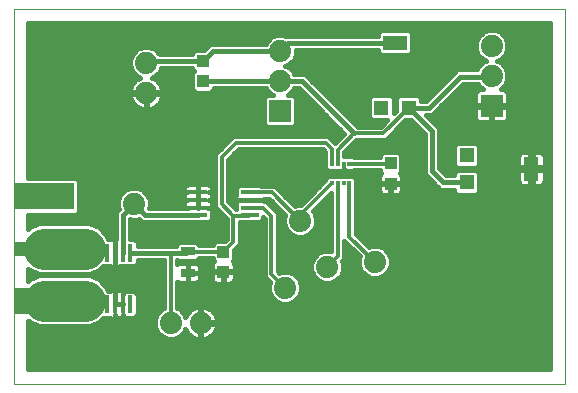
<source format=gtl>
G75*
%MOIN*%
%OFA0B0*%
%FSLAX25Y25*%
%IPPOS*%
%LPD*%
%AMOC8*
5,1,8,0,0,1.08239X$1,22.5*
%
%ADD10C,0.00000*%
%ADD11R,0.03937X0.04331*%
%ADD12R,0.04724X0.03150*%
%ADD13C,0.07400*%
%ADD14R,0.05118X0.05118*%
%ADD15R,0.07874X0.05118*%
%ADD16R,0.01700X0.05900*%
%ADD17R,0.05118X0.07874*%
%ADD18R,0.20000X0.04500*%
%ADD19R,0.20000X0.09000*%
%ADD20R,0.01204X0.01608*%
%ADD21R,0.01204X0.01601*%
%ADD22R,0.05900X0.01700*%
%ADD23R,0.07400X0.07400*%
%ADD24C,0.01575*%
%ADD25C,0.13701*%
%ADD26C,0.01969*%
%ADD27C,0.01181*%
%ADD28C,0.01600*%
D10*
X0079972Y0030638D02*
X0079972Y0155598D01*
X0263673Y0155598D01*
X0263673Y0030638D01*
X0079972Y0030638D01*
X0079972Y0053638D02*
X0079972Y0097638D01*
D11*
X0143082Y0131425D03*
X0143082Y0138118D03*
X0205563Y0104024D03*
X0205563Y0097331D03*
X0149854Y0074575D03*
X0149854Y0067882D03*
D12*
X0137885Y0067606D03*
X0137885Y0074693D03*
D13*
X0119972Y0090638D03*
X0170405Y0062606D03*
X0184460Y0069575D03*
X0200248Y0071228D03*
X0175484Y0084929D03*
X0142295Y0050874D03*
X0132295Y0050874D03*
X0124106Y0127528D03*
X0124106Y0137528D03*
X0168731Y0141543D03*
X0168731Y0131543D03*
X0239243Y0133197D03*
X0239243Y0143197D03*
D14*
X0211586Y0122567D03*
X0202531Y0122567D03*
X0230878Y0106740D03*
X0230878Y0097685D03*
D15*
X0207059Y0144221D03*
D16*
X0118772Y0074238D03*
X0116272Y0074238D03*
X0113672Y0074238D03*
X0111172Y0074238D03*
X0111172Y0057038D03*
X0113672Y0057038D03*
X0116272Y0057038D03*
X0118772Y0057038D03*
D17*
X0252531Y0102213D03*
D18*
X0090072Y0075638D03*
D19*
X0090072Y0093038D03*
X0090072Y0058238D03*
D20*
X0185956Y0097449D03*
X0187925Y0097449D03*
X0191862Y0097449D03*
X0191862Y0103945D03*
X0189893Y0103945D03*
X0187925Y0103945D03*
X0185956Y0103945D03*
D21*
X0189893Y0097449D03*
D22*
X0158572Y0094438D03*
X0158572Y0091938D03*
X0158572Y0089338D03*
X0158572Y0086838D03*
X0141372Y0086838D03*
X0141372Y0089338D03*
X0141372Y0091938D03*
X0141372Y0094438D03*
D23*
X0168731Y0121543D03*
X0239243Y0123197D03*
D24*
X0239046Y0133000D02*
X0228791Y0133000D01*
X0218358Y0122567D01*
X0211586Y0122567D01*
X0219342Y0114811D01*
X0219342Y0101504D01*
X0223161Y0097685D01*
X0230878Y0097685D01*
X0193358Y0114102D02*
X0175917Y0131543D01*
X0168731Y0131543D01*
X0143200Y0131543D01*
X0143082Y0131425D01*
X0143082Y0138118D02*
X0124696Y0138118D01*
X0124106Y0137528D01*
X0143082Y0138118D02*
X0146507Y0141543D01*
X0168731Y0141543D01*
X0171408Y0144221D01*
X0207059Y0144221D01*
X0239046Y0133000D02*
X0239243Y0133197D01*
X0141372Y0086838D02*
X0123772Y0086838D01*
X0119972Y0090638D01*
X0116272Y0086938D01*
X0116272Y0074238D01*
X0118772Y0074238D02*
X0133515Y0074238D01*
X0137430Y0074238D01*
X0137885Y0074693D01*
X0113672Y0074238D02*
X0113672Y0063867D01*
X0113830Y0063709D01*
X0113830Y0057196D01*
X0113672Y0057038D01*
X0113672Y0074238D02*
X0113672Y0082765D01*
X0112256Y0084181D01*
D25*
X0103594Y0075520D02*
X0103476Y0075638D01*
X0090072Y0075638D01*
X0090072Y0058238D02*
X0103553Y0058238D01*
X0103594Y0058197D01*
D26*
X0108319Y0058197D01*
X0110013Y0058197D01*
X0109890Y0075520D02*
X0108319Y0075520D01*
X0103594Y0075520D01*
D27*
X0108319Y0075520D02*
X0109600Y0074238D01*
X0111172Y0074238D01*
X0132295Y0073017D02*
X0133515Y0074238D01*
X0132295Y0073017D02*
X0132295Y0050874D01*
X0111172Y0057038D02*
X0109478Y0057038D01*
X0108319Y0058197D01*
X0137885Y0074693D02*
X0138004Y0074575D01*
X0149854Y0074575D01*
X0153200Y0077921D01*
X0153200Y0086543D01*
X0158278Y0086543D01*
X0158572Y0086838D01*
X0158572Y0089338D02*
X0163004Y0089338D01*
X0165799Y0086543D01*
X0165799Y0067213D01*
X0170405Y0062606D01*
X0184460Y0069575D02*
X0187925Y0073039D01*
X0187925Y0097449D01*
X0185956Y0097449D02*
X0175484Y0086976D01*
X0175484Y0084929D01*
X0165975Y0094438D01*
X0158572Y0094438D01*
X0153200Y0086543D02*
X0149263Y0090480D01*
X0149263Y0106228D01*
X0153988Y0110953D01*
X0183909Y0110953D01*
X0185956Y0108906D01*
X0185956Y0103945D01*
X0187925Y0103945D02*
X0187925Y0108669D01*
X0193358Y0114102D01*
X0203122Y0114102D01*
X0211586Y0122567D01*
X0205563Y0104024D02*
X0205484Y0103945D01*
X0191862Y0103945D01*
X0189893Y0103945D02*
X0189893Y0101819D01*
X0190208Y0101504D01*
X0191862Y0097449D02*
X0191862Y0079614D01*
X0200248Y0071228D01*
D28*
X0203918Y0067404D02*
X0258873Y0067404D01*
X0258873Y0069002D02*
X0205062Y0069002D01*
X0204741Y0068226D02*
X0205548Y0070174D01*
X0205548Y0072283D01*
X0204741Y0074231D01*
X0203250Y0075722D01*
X0201302Y0076528D01*
X0199193Y0076528D01*
X0198382Y0076192D01*
X0194052Y0080522D01*
X0194052Y0095971D01*
X0194064Y0095982D01*
X0194064Y0098916D01*
X0193127Y0099853D01*
X0190597Y0099853D01*
X0190593Y0099849D01*
X0189193Y0099849D01*
X0189190Y0099853D01*
X0184691Y0099853D01*
X0183754Y0098916D01*
X0183754Y0098345D01*
X0175639Y0090229D01*
X0174430Y0090229D01*
X0173618Y0089893D01*
X0166883Y0096628D01*
X0162444Y0096628D01*
X0162185Y0096888D01*
X0154959Y0096888D01*
X0154022Y0095951D01*
X0154022Y0093617D01*
X0153945Y0093483D01*
X0153822Y0093025D01*
X0153822Y0091938D01*
X0158572Y0091938D01*
X0158572Y0091938D01*
X0163322Y0091938D01*
X0163322Y0092247D01*
X0165068Y0092247D01*
X0170520Y0086795D01*
X0170184Y0085983D01*
X0170184Y0083875D01*
X0170991Y0081927D01*
X0172482Y0080436D01*
X0174430Y0079629D01*
X0176538Y0079629D01*
X0178486Y0080436D01*
X0179977Y0081927D01*
X0180784Y0083875D01*
X0180784Y0085983D01*
X0179977Y0087931D01*
X0179757Y0088152D01*
X0185734Y0094129D01*
X0185734Y0074784D01*
X0185514Y0074875D01*
X0183406Y0074875D01*
X0181458Y0074068D01*
X0179967Y0072577D01*
X0179160Y0070629D01*
X0179160Y0068521D01*
X0179967Y0066573D01*
X0181458Y0065082D01*
X0183406Y0064275D01*
X0185514Y0064275D01*
X0187462Y0065082D01*
X0188953Y0066573D01*
X0189760Y0068521D01*
X0189760Y0070629D01*
X0189424Y0071441D01*
X0190115Y0072132D01*
X0190115Y0078263D01*
X0195284Y0073094D01*
X0194948Y0072283D01*
X0194948Y0070174D01*
X0195755Y0068226D01*
X0197245Y0066735D01*
X0199193Y0065928D01*
X0201302Y0065928D01*
X0203250Y0066735D01*
X0204741Y0068226D01*
X0205548Y0070601D02*
X0258873Y0070601D01*
X0258873Y0072199D02*
X0205548Y0072199D01*
X0204920Y0073798D02*
X0258873Y0073798D01*
X0258873Y0075396D02*
X0203575Y0075396D01*
X0197579Y0076995D02*
X0258873Y0076995D01*
X0258873Y0078593D02*
X0195981Y0078593D01*
X0194382Y0080192D02*
X0258873Y0080192D01*
X0258873Y0081790D02*
X0194052Y0081790D01*
X0194052Y0083389D02*
X0258873Y0083389D01*
X0258873Y0084987D02*
X0194052Y0084987D01*
X0194052Y0086586D02*
X0258873Y0086586D01*
X0258873Y0088184D02*
X0194052Y0088184D01*
X0194052Y0089783D02*
X0258873Y0089783D01*
X0258873Y0091381D02*
X0194052Y0091381D01*
X0194052Y0092980D02*
X0258873Y0092980D01*
X0258873Y0094578D02*
X0235037Y0094578D01*
X0235037Y0094463D02*
X0235037Y0100907D01*
X0234099Y0101844D01*
X0227656Y0101844D01*
X0226719Y0100907D01*
X0226719Y0100072D01*
X0224150Y0100072D01*
X0221730Y0102493D01*
X0221730Y0115800D01*
X0217350Y0120180D01*
X0219347Y0120180D01*
X0229780Y0130613D01*
X0234577Y0130613D01*
X0234750Y0130195D01*
X0236241Y0128704D01*
X0236257Y0128697D01*
X0235306Y0128697D01*
X0234848Y0128574D01*
X0234438Y0128337D01*
X0234103Y0128002D01*
X0233866Y0127592D01*
X0233743Y0127134D01*
X0233743Y0123397D01*
X0239043Y0123397D01*
X0239043Y0122997D01*
X0239443Y0122997D01*
X0239443Y0123397D01*
X0244743Y0123397D01*
X0244743Y0127134D01*
X0244620Y0127592D01*
X0244383Y0128002D01*
X0244048Y0128337D01*
X0243638Y0128574D01*
X0243180Y0128697D01*
X0242228Y0128697D01*
X0242245Y0128704D01*
X0243736Y0130195D01*
X0244543Y0132143D01*
X0244543Y0134251D01*
X0243736Y0136199D01*
X0242245Y0137690D01*
X0241021Y0138197D01*
X0242245Y0138704D01*
X0243736Y0140195D01*
X0244543Y0142143D01*
X0244543Y0144251D01*
X0243736Y0146199D01*
X0242245Y0147690D01*
X0240297Y0148497D01*
X0238189Y0148497D01*
X0236241Y0147690D01*
X0234750Y0146199D01*
X0233943Y0144251D01*
X0233943Y0142143D01*
X0234750Y0140195D01*
X0236241Y0138704D01*
X0237464Y0138197D01*
X0236241Y0137690D01*
X0234750Y0136199D01*
X0234414Y0135387D01*
X0227802Y0135387D01*
X0226404Y0133989D01*
X0217369Y0124954D01*
X0215745Y0124954D01*
X0215745Y0125789D01*
X0214808Y0126726D01*
X0208364Y0126726D01*
X0207427Y0125789D01*
X0207427Y0121506D01*
X0206690Y0120769D01*
X0206690Y0125789D01*
X0205753Y0126726D01*
X0199309Y0126726D01*
X0198372Y0125789D01*
X0198372Y0119345D01*
X0199309Y0118408D01*
X0204329Y0118408D01*
X0202214Y0116293D01*
X0194544Y0116293D01*
X0176906Y0133931D01*
X0173479Y0133931D01*
X0173224Y0134546D01*
X0171733Y0136036D01*
X0170510Y0136543D01*
X0171733Y0137050D01*
X0173224Y0138541D01*
X0174031Y0140489D01*
X0174031Y0141833D01*
X0201522Y0141833D01*
X0201522Y0140999D01*
X0202459Y0140061D01*
X0211658Y0140061D01*
X0212596Y0140999D01*
X0212596Y0147442D01*
X0211658Y0148380D01*
X0202459Y0148380D01*
X0201522Y0147442D01*
X0201522Y0146608D01*
X0170419Y0146608D01*
X0170400Y0146589D01*
X0169785Y0146843D01*
X0167677Y0146843D01*
X0165729Y0146036D01*
X0164238Y0144546D01*
X0163983Y0143931D01*
X0145519Y0143931D01*
X0143471Y0141884D01*
X0140451Y0141884D01*
X0139514Y0140946D01*
X0139514Y0140506D01*
X0128609Y0140506D01*
X0128599Y0140530D01*
X0127108Y0142021D01*
X0125160Y0142828D01*
X0123052Y0142828D01*
X0121104Y0142021D01*
X0119613Y0140530D01*
X0118806Y0138582D01*
X0118806Y0136473D01*
X0119613Y0134525D01*
X0121104Y0133034D01*
X0122050Y0132643D01*
X0121995Y0132625D01*
X0121223Y0132232D01*
X0120523Y0131723D01*
X0119911Y0131111D01*
X0119402Y0130410D01*
X0119009Y0129639D01*
X0118741Y0128816D01*
X0118606Y0127960D01*
X0118606Y0127728D01*
X0123906Y0127728D01*
X0123906Y0127328D01*
X0118606Y0127328D01*
X0118606Y0127095D01*
X0118741Y0126240D01*
X0119009Y0125416D01*
X0119402Y0124645D01*
X0119911Y0123945D01*
X0120523Y0123332D01*
X0121223Y0122824D01*
X0121995Y0122431D01*
X0122818Y0122163D01*
X0123673Y0122028D01*
X0123906Y0122028D01*
X0123906Y0127328D01*
X0124306Y0127328D01*
X0124306Y0127728D01*
X0129606Y0127728D01*
X0129606Y0127960D01*
X0129470Y0128816D01*
X0129203Y0129639D01*
X0128810Y0130410D01*
X0128301Y0131111D01*
X0127689Y0131723D01*
X0126989Y0132232D01*
X0126217Y0132625D01*
X0126162Y0132643D01*
X0127108Y0133034D01*
X0128599Y0134525D01*
X0129098Y0135731D01*
X0139514Y0135731D01*
X0139514Y0135290D01*
X0140032Y0134772D01*
X0139514Y0134253D01*
X0139514Y0128597D01*
X0140451Y0127660D01*
X0145714Y0127660D01*
X0146651Y0128597D01*
X0146651Y0129156D01*
X0163983Y0129156D01*
X0164238Y0128541D01*
X0165729Y0127050D01*
X0166228Y0126843D01*
X0164368Y0126843D01*
X0163431Y0125906D01*
X0163431Y0117181D01*
X0164368Y0116243D01*
X0173094Y0116243D01*
X0174031Y0117181D01*
X0174031Y0125906D01*
X0173094Y0126843D01*
X0171234Y0126843D01*
X0171733Y0127050D01*
X0173224Y0128541D01*
X0173479Y0129156D01*
X0174928Y0129156D01*
X0190121Y0113963D01*
X0187059Y0110901D01*
X0186100Y0111860D01*
X0184816Y0113143D01*
X0153080Y0113143D01*
X0148356Y0108419D01*
X0147073Y0107136D01*
X0147073Y0089573D01*
X0148356Y0088290D01*
X0151010Y0085636D01*
X0151010Y0078829D01*
X0150521Y0078340D01*
X0147223Y0078340D01*
X0146285Y0077403D01*
X0146285Y0076765D01*
X0141848Y0076765D01*
X0141848Y0076931D01*
X0140910Y0077868D01*
X0134860Y0077868D01*
X0133923Y0076931D01*
X0133923Y0076625D01*
X0121222Y0076625D01*
X0121222Y0077851D01*
X0120285Y0078788D01*
X0118659Y0078788D01*
X0118659Y0085445D01*
X0118918Y0085338D01*
X0121026Y0085338D01*
X0121641Y0085593D01*
X0122783Y0084450D01*
X0137697Y0084450D01*
X0137759Y0084388D01*
X0144985Y0084388D01*
X0145922Y0085325D01*
X0145922Y0087659D01*
X0145999Y0087793D01*
X0146122Y0088251D01*
X0146122Y0089338D01*
X0146122Y0090425D01*
X0146065Y0090638D01*
X0146122Y0090851D01*
X0146122Y0091938D01*
X0146122Y0093025D01*
X0146078Y0093188D01*
X0146122Y0093351D01*
X0146122Y0094438D01*
X0146122Y0095525D01*
X0145999Y0095983D01*
X0145762Y0096393D01*
X0145427Y0096728D01*
X0145017Y0096965D01*
X0144559Y0097088D01*
X0141372Y0097088D01*
X0138185Y0097088D01*
X0137727Y0096965D01*
X0137317Y0096728D01*
X0136982Y0096393D01*
X0136745Y0095983D01*
X0136622Y0095525D01*
X0136622Y0094438D01*
X0137680Y0094438D01*
X0137680Y0094438D01*
X0136622Y0094438D01*
X0136622Y0093351D01*
X0136666Y0093188D01*
X0136622Y0093025D01*
X0136622Y0091938D01*
X0137680Y0091938D01*
X0137680Y0091938D01*
X0136622Y0091938D01*
X0136622Y0090851D01*
X0136679Y0090638D01*
X0136622Y0090425D01*
X0136622Y0089338D01*
X0137998Y0089338D01*
X0137999Y0089338D01*
X0136622Y0089338D01*
X0136622Y0089225D01*
X0125124Y0089225D01*
X0125272Y0089584D01*
X0125272Y0091692D01*
X0124465Y0093640D01*
X0122974Y0095131D01*
X0121026Y0095938D01*
X0118918Y0095938D01*
X0116970Y0095131D01*
X0115479Y0093640D01*
X0114672Y0091692D01*
X0114672Y0089584D01*
X0114927Y0088969D01*
X0113885Y0087927D01*
X0113885Y0078988D01*
X0113672Y0078988D01*
X0112585Y0078988D01*
X0112127Y0078865D01*
X0111993Y0078788D01*
X0111387Y0078788D01*
X0110758Y0080307D01*
X0108263Y0082802D01*
X0105157Y0084088D01*
X0088391Y0084088D01*
X0085285Y0082802D01*
X0084772Y0082288D01*
X0084772Y0086938D01*
X0100735Y0086938D01*
X0101672Y0087875D01*
X0101672Y0098201D01*
X0100735Y0099138D01*
X0084772Y0099138D01*
X0084772Y0150798D01*
X0258873Y0150798D01*
X0258873Y0035438D01*
X0084772Y0035438D01*
X0084772Y0051587D01*
X0085285Y0051074D01*
X0088391Y0049787D01*
X0101814Y0049787D01*
X0101913Y0049747D01*
X0105275Y0049747D01*
X0108381Y0051033D01*
X0109836Y0052488D01*
X0111993Y0052488D01*
X0112127Y0052411D01*
X0112585Y0052288D01*
X0113672Y0052288D01*
X0113672Y0053665D01*
X0113672Y0053664D01*
X0113672Y0052288D01*
X0114759Y0052288D01*
X0114972Y0052345D01*
X0115185Y0052288D01*
X0116272Y0052288D01*
X0116272Y0053664D01*
X0116272Y0053665D01*
X0116272Y0052288D01*
X0117359Y0052288D01*
X0117817Y0052411D01*
X0117951Y0052488D01*
X0120285Y0052488D01*
X0121222Y0053425D01*
X0121222Y0060651D01*
X0120285Y0061588D01*
X0117951Y0061588D01*
X0117817Y0061665D01*
X0117359Y0061788D01*
X0116272Y0061788D01*
X0115185Y0061788D01*
X0114972Y0061731D01*
X0114759Y0061788D01*
X0113672Y0061788D01*
X0112585Y0061788D01*
X0112127Y0061665D01*
X0111993Y0061588D01*
X0111336Y0061588D01*
X0110758Y0062984D01*
X0108340Y0065402D01*
X0105234Y0066688D01*
X0088391Y0066688D01*
X0085285Y0065402D01*
X0084772Y0064888D01*
X0084772Y0068987D01*
X0085285Y0068474D01*
X0088391Y0067187D01*
X0101628Y0067187D01*
X0101913Y0067069D01*
X0105275Y0067069D01*
X0108381Y0068356D01*
X0109713Y0069688D01*
X0111993Y0069688D01*
X0112127Y0069611D01*
X0112585Y0069488D01*
X0113672Y0069488D01*
X0113672Y0074238D01*
X0113672Y0078988D01*
X0113672Y0074238D01*
X0113672Y0074238D01*
X0113672Y0074238D01*
X0113672Y0069488D01*
X0114759Y0069488D01*
X0115217Y0069611D01*
X0115351Y0069688D01*
X0120285Y0069688D01*
X0121222Y0070625D01*
X0121222Y0071850D01*
X0130104Y0071850D01*
X0130104Y0055703D01*
X0129293Y0055367D01*
X0127802Y0053876D01*
X0126995Y0051928D01*
X0126995Y0049820D01*
X0105452Y0049820D01*
X0108766Y0051419D02*
X0126995Y0051419D01*
X0126995Y0049820D02*
X0127802Y0047872D01*
X0129293Y0046381D01*
X0131241Y0045574D01*
X0133349Y0045574D01*
X0135297Y0046381D01*
X0136788Y0047872D01*
X0137180Y0048818D01*
X0137198Y0048763D01*
X0137591Y0047991D01*
X0138100Y0047291D01*
X0138712Y0046679D01*
X0139412Y0046170D01*
X0140184Y0045777D01*
X0141007Y0045510D01*
X0141862Y0045374D01*
X0142095Y0045374D01*
X0142095Y0050674D01*
X0142495Y0050674D01*
X0142495Y0051074D01*
X0147795Y0051074D01*
X0147795Y0051307D01*
X0147659Y0052162D01*
X0147392Y0052985D01*
X0146999Y0053757D01*
X0146490Y0054457D01*
X0145878Y0055069D01*
X0145178Y0055578D01*
X0144406Y0055971D01*
X0143583Y0056239D01*
X0142728Y0056374D01*
X0142495Y0056374D01*
X0142495Y0051074D01*
X0142095Y0051074D01*
X0142095Y0056374D01*
X0141862Y0056374D01*
X0141007Y0056239D01*
X0140184Y0055971D01*
X0139412Y0055578D01*
X0138712Y0055069D01*
X0138100Y0054457D01*
X0137591Y0053757D01*
X0137198Y0052985D01*
X0137180Y0052930D01*
X0136788Y0053876D01*
X0135297Y0055367D01*
X0134485Y0055703D01*
X0134485Y0064552D01*
X0134828Y0064354D01*
X0135286Y0064232D01*
X0137885Y0064232D01*
X0137885Y0067606D01*
X0137885Y0067606D01*
X0137885Y0064232D01*
X0140485Y0064232D01*
X0140942Y0064354D01*
X0141353Y0064591D01*
X0141688Y0064926D01*
X0141925Y0065337D01*
X0142048Y0065795D01*
X0142048Y0067606D01*
X0137886Y0067606D01*
X0137886Y0067606D01*
X0142048Y0067606D01*
X0142048Y0069418D01*
X0141925Y0069876D01*
X0141688Y0070286D01*
X0141353Y0070622D01*
X0140942Y0070858D01*
X0140485Y0070981D01*
X0137885Y0070981D01*
X0135286Y0070981D01*
X0134828Y0070858D01*
X0134485Y0070660D01*
X0134485Y0071850D01*
X0134528Y0071850D01*
X0134860Y0071518D01*
X0140910Y0071518D01*
X0141777Y0072384D01*
X0146285Y0072384D01*
X0146285Y0071747D01*
X0146662Y0071370D01*
X0146445Y0071153D01*
X0146208Y0070742D01*
X0146085Y0070284D01*
X0146085Y0068066D01*
X0149670Y0068066D01*
X0149670Y0067698D01*
X0150038Y0067698D01*
X0150038Y0068066D01*
X0153622Y0068066D01*
X0153622Y0070284D01*
X0153500Y0070742D01*
X0153263Y0071153D01*
X0153045Y0071370D01*
X0153422Y0071747D01*
X0153422Y0075045D01*
X0155391Y0077014D01*
X0155391Y0084353D01*
X0159185Y0084353D01*
X0159220Y0084388D01*
X0162185Y0084388D01*
X0163122Y0085325D01*
X0163122Y0086122D01*
X0163608Y0085636D01*
X0163608Y0066305D01*
X0165441Y0064472D01*
X0165105Y0063661D01*
X0165105Y0061552D01*
X0165912Y0059604D01*
X0167403Y0058113D01*
X0169351Y0057306D01*
X0171459Y0057306D01*
X0173407Y0058113D01*
X0174898Y0059604D01*
X0175705Y0061552D01*
X0175705Y0063661D01*
X0174898Y0065609D01*
X0173407Y0067099D01*
X0171459Y0067906D01*
X0169351Y0067906D01*
X0168539Y0067570D01*
X0167989Y0068120D01*
X0167989Y0087451D01*
X0166706Y0088734D01*
X0163912Y0091528D01*
X0163322Y0091528D01*
X0163322Y0091938D01*
X0158572Y0091938D01*
X0158572Y0091938D01*
X0153822Y0091938D01*
X0153822Y0090851D01*
X0153945Y0090393D01*
X0154022Y0090259D01*
X0154022Y0088820D01*
X0151454Y0091388D01*
X0151454Y0105321D01*
X0154895Y0108762D01*
X0183002Y0108762D01*
X0183766Y0107998D01*
X0183766Y0105423D01*
X0183754Y0105412D01*
X0183754Y0102478D01*
X0184691Y0101541D01*
X0188462Y0101541D01*
X0188596Y0101464D01*
X0189054Y0101341D01*
X0189893Y0101341D01*
X0189893Y0102245D01*
X0189893Y0102245D01*
X0189893Y0102245D01*
X0189893Y0101341D01*
X0190732Y0101341D01*
X0191190Y0101464D01*
X0191324Y0101541D01*
X0193127Y0101541D01*
X0193340Y0101754D01*
X0201994Y0101754D01*
X0201994Y0101196D01*
X0202371Y0100819D01*
X0202154Y0100601D01*
X0201917Y0100191D01*
X0201794Y0099733D01*
X0201794Y0097515D01*
X0205378Y0097515D01*
X0205378Y0097146D01*
X0205747Y0097146D01*
X0205747Y0093365D01*
X0207768Y0093365D01*
X0208226Y0093488D01*
X0208636Y0093725D01*
X0208971Y0094060D01*
X0209208Y0094471D01*
X0209331Y0094928D01*
X0209331Y0097146D01*
X0205747Y0097146D01*
X0205747Y0097515D01*
X0209331Y0097515D01*
X0209331Y0099733D01*
X0209208Y0100191D01*
X0208971Y0100601D01*
X0208754Y0100819D01*
X0209131Y0101196D01*
X0209131Y0106852D01*
X0208194Y0107789D01*
X0202931Y0107789D01*
X0201994Y0106852D01*
X0201994Y0106135D01*
X0193340Y0106135D01*
X0193127Y0106349D01*
X0191324Y0106349D01*
X0191190Y0106426D01*
X0190732Y0106549D01*
X0190115Y0106549D01*
X0190115Y0107762D01*
X0194068Y0111715D01*
X0194347Y0111715D01*
X0194544Y0111912D01*
X0204029Y0111912D01*
X0210525Y0118408D01*
X0212369Y0118408D01*
X0216955Y0113822D01*
X0216955Y0100515D01*
X0218353Y0099117D01*
X0222172Y0095298D01*
X0226719Y0095298D01*
X0226719Y0094463D01*
X0227656Y0093526D01*
X0234099Y0093526D01*
X0235037Y0094463D01*
X0235037Y0096177D02*
X0258873Y0096177D01*
X0258873Y0097775D02*
X0256820Y0097775D01*
X0256767Y0097581D02*
X0256890Y0098039D01*
X0256890Y0101733D01*
X0253011Y0101733D01*
X0253011Y0102692D01*
X0256890Y0102692D01*
X0256890Y0106387D01*
X0256767Y0106844D01*
X0256531Y0107255D01*
X0256195Y0107590D01*
X0255785Y0107827D01*
X0255327Y0107950D01*
X0253011Y0107950D01*
X0253011Y0102692D01*
X0252052Y0102692D01*
X0252052Y0107950D01*
X0249735Y0107950D01*
X0249277Y0107827D01*
X0248867Y0107590D01*
X0248532Y0107255D01*
X0248295Y0106844D01*
X0248172Y0106387D01*
X0248172Y0102692D01*
X0252051Y0102692D01*
X0252051Y0101733D01*
X0248172Y0101733D01*
X0248172Y0098039D01*
X0248295Y0097581D01*
X0248532Y0097170D01*
X0248867Y0096835D01*
X0249277Y0096598D01*
X0249735Y0096476D01*
X0252052Y0096476D01*
X0252052Y0101733D01*
X0253011Y0101733D01*
X0253011Y0096476D01*
X0255327Y0096476D01*
X0255785Y0096598D01*
X0256195Y0096835D01*
X0256531Y0097170D01*
X0256767Y0097581D01*
X0256890Y0099374D02*
X0258873Y0099374D01*
X0258873Y0100972D02*
X0256890Y0100972D01*
X0258873Y0102571D02*
X0253011Y0102571D01*
X0252051Y0102571D02*
X0221730Y0102571D01*
X0221730Y0104169D02*
X0226719Y0104169D01*
X0226719Y0103518D02*
X0227656Y0102581D01*
X0234099Y0102581D01*
X0235037Y0103518D01*
X0235037Y0109962D01*
X0234099Y0110899D01*
X0227656Y0110899D01*
X0226719Y0109962D01*
X0226719Y0103518D01*
X0226719Y0105768D02*
X0221730Y0105768D01*
X0221730Y0107366D02*
X0226719Y0107366D01*
X0226719Y0108965D02*
X0221730Y0108965D01*
X0221730Y0110563D02*
X0227320Y0110563D01*
X0221730Y0112162D02*
X0258873Y0112162D01*
X0258873Y0113760D02*
X0221730Y0113760D01*
X0221730Y0115359D02*
X0258873Y0115359D01*
X0258873Y0116957D02*
X0220572Y0116957D01*
X0218974Y0118556D02*
X0234008Y0118556D01*
X0234103Y0118392D02*
X0234438Y0118057D01*
X0234848Y0117820D01*
X0235306Y0117697D01*
X0239043Y0117697D01*
X0239043Y0122997D01*
X0233743Y0122997D01*
X0233743Y0119260D01*
X0233866Y0118802D01*
X0234103Y0118392D01*
X0233743Y0120154D02*
X0217375Y0120154D01*
X0220920Y0121753D02*
X0233743Y0121753D01*
X0233743Y0124950D02*
X0224117Y0124950D01*
X0222519Y0123352D02*
X0239043Y0123352D01*
X0239443Y0123352D02*
X0258873Y0123352D01*
X0258873Y0124950D02*
X0244743Y0124950D01*
X0244743Y0126549D02*
X0258873Y0126549D01*
X0258873Y0128147D02*
X0244238Y0128147D01*
X0243287Y0129746D02*
X0258873Y0129746D01*
X0258873Y0131344D02*
X0244212Y0131344D01*
X0244543Y0132943D02*
X0258873Y0132943D01*
X0258873Y0134541D02*
X0244423Y0134541D01*
X0243761Y0136140D02*
X0258873Y0136140D01*
X0258873Y0137738D02*
X0242129Y0137738D01*
X0242878Y0139337D02*
X0258873Y0139337D01*
X0258873Y0140935D02*
X0244043Y0140935D01*
X0244543Y0142534D02*
X0258873Y0142534D01*
X0258873Y0144132D02*
X0244543Y0144132D01*
X0243930Y0145731D02*
X0258873Y0145731D01*
X0258873Y0147329D02*
X0242606Y0147329D01*
X0235880Y0147329D02*
X0212596Y0147329D01*
X0212596Y0145731D02*
X0234556Y0145731D01*
X0233943Y0144132D02*
X0212596Y0144132D01*
X0212596Y0142534D02*
X0233943Y0142534D01*
X0234443Y0140935D02*
X0212532Y0140935D01*
X0223759Y0131344D02*
X0179493Y0131344D01*
X0181091Y0129746D02*
X0222160Y0129746D01*
X0220562Y0128147D02*
X0182690Y0128147D01*
X0184288Y0126549D02*
X0199132Y0126549D01*
X0198372Y0124950D02*
X0185887Y0124950D01*
X0187485Y0123352D02*
X0198372Y0123352D01*
X0198372Y0121753D02*
X0189084Y0121753D01*
X0190682Y0120154D02*
X0198372Y0120154D01*
X0199161Y0118556D02*
X0192281Y0118556D01*
X0193879Y0116957D02*
X0202879Y0116957D01*
X0205878Y0113760D02*
X0216955Y0113760D01*
X0216955Y0112162D02*
X0204279Y0112162D01*
X0207476Y0115359D02*
X0215418Y0115359D01*
X0213819Y0116957D02*
X0209075Y0116957D01*
X0207427Y0121753D02*
X0206690Y0121753D01*
X0206690Y0123352D02*
X0207427Y0123352D01*
X0207427Y0124950D02*
X0206690Y0124950D01*
X0205930Y0126549D02*
X0208187Y0126549D01*
X0214986Y0126549D02*
X0218963Y0126549D01*
X0225716Y0126549D02*
X0233743Y0126549D01*
X0234247Y0128147D02*
X0227314Y0128147D01*
X0228913Y0129746D02*
X0235199Y0129746D01*
X0234725Y0136140D02*
X0171484Y0136140D01*
X0172421Y0137738D02*
X0236357Y0137738D01*
X0235608Y0139337D02*
X0173554Y0139337D01*
X0174031Y0140935D02*
X0201585Y0140935D01*
X0201522Y0147329D02*
X0084772Y0147329D01*
X0084772Y0145731D02*
X0165423Y0145731D01*
X0164067Y0144132D02*
X0084772Y0144132D01*
X0084772Y0142534D02*
X0122342Y0142534D01*
X0120018Y0140935D02*
X0084772Y0140935D01*
X0084772Y0139337D02*
X0119119Y0139337D01*
X0118806Y0137738D02*
X0084772Y0137738D01*
X0084772Y0136140D02*
X0118944Y0136140D01*
X0119606Y0134541D02*
X0084772Y0134541D01*
X0084772Y0132943D02*
X0121326Y0132943D01*
X0120144Y0131344D02*
X0084772Y0131344D01*
X0084772Y0129746D02*
X0119063Y0129746D01*
X0118635Y0128147D02*
X0084772Y0128147D01*
X0084772Y0126549D02*
X0118692Y0126549D01*
X0119246Y0124950D02*
X0084772Y0124950D01*
X0084772Y0123352D02*
X0120504Y0123352D01*
X0123906Y0123352D02*
X0124306Y0123352D01*
X0124306Y0122028D02*
X0124539Y0122028D01*
X0125394Y0122163D01*
X0126217Y0122431D01*
X0126989Y0122824D01*
X0127689Y0123332D01*
X0128301Y0123945D01*
X0128810Y0124645D01*
X0129203Y0125416D01*
X0129470Y0126240D01*
X0129606Y0127095D01*
X0129606Y0127328D01*
X0124306Y0127328D01*
X0124306Y0122028D01*
X0124306Y0124950D02*
X0123906Y0124950D01*
X0123906Y0126549D02*
X0124306Y0126549D01*
X0127708Y0123352D02*
X0163431Y0123352D01*
X0163431Y0124950D02*
X0128965Y0124950D01*
X0129519Y0126549D02*
X0164074Y0126549D01*
X0164632Y0128147D02*
X0146201Y0128147D01*
X0139964Y0128147D02*
X0129576Y0128147D01*
X0129149Y0129746D02*
X0139514Y0129746D01*
X0139514Y0131344D02*
X0128068Y0131344D01*
X0126886Y0132943D02*
X0139514Y0132943D01*
X0139802Y0134541D02*
X0128606Y0134541D01*
X0128194Y0140935D02*
X0139514Y0140935D01*
X0144121Y0142534D02*
X0125870Y0142534D01*
X0084772Y0148928D02*
X0258873Y0148928D01*
X0258873Y0150526D02*
X0084772Y0150526D01*
X0084772Y0121753D02*
X0163431Y0121753D01*
X0163431Y0120154D02*
X0084772Y0120154D01*
X0084772Y0118556D02*
X0163431Y0118556D01*
X0163654Y0116957D02*
X0084772Y0116957D01*
X0084772Y0115359D02*
X0188725Y0115359D01*
X0189918Y0113760D02*
X0084772Y0113760D01*
X0084772Y0112162D02*
X0152099Y0112162D01*
X0150501Y0110563D02*
X0084772Y0110563D01*
X0084772Y0108965D02*
X0148902Y0108965D01*
X0147303Y0107366D02*
X0084772Y0107366D01*
X0084772Y0105768D02*
X0147073Y0105768D01*
X0147073Y0104169D02*
X0084772Y0104169D01*
X0084772Y0102571D02*
X0147073Y0102571D01*
X0147073Y0100972D02*
X0084772Y0100972D01*
X0084772Y0099374D02*
X0147073Y0099374D01*
X0147073Y0097775D02*
X0101672Y0097775D01*
X0101672Y0096177D02*
X0136857Y0096177D01*
X0136622Y0094578D02*
X0123527Y0094578D01*
X0124739Y0092980D02*
X0136622Y0092980D01*
X0136622Y0091381D02*
X0125272Y0091381D01*
X0125272Y0089783D02*
X0136622Y0089783D01*
X0141372Y0089783D02*
X0141372Y0089783D01*
X0141372Y0089338D02*
X0141372Y0091938D01*
X0141372Y0091988D01*
X0141372Y0094438D01*
X0141372Y0097088D01*
X0141372Y0094438D01*
X0141372Y0094438D01*
X0141372Y0094438D01*
X0141372Y0091938D01*
X0141372Y0091938D01*
X0141372Y0091938D01*
X0141372Y0089338D01*
X0141372Y0089338D01*
X0141372Y0091381D02*
X0141372Y0091381D01*
X0141372Y0092980D02*
X0141372Y0092980D01*
X0141372Y0094578D02*
X0141372Y0094578D01*
X0141372Y0096177D02*
X0141372Y0096177D01*
X0145064Y0094438D02*
X0146122Y0094438D01*
X0145064Y0094438D01*
X0145064Y0094438D01*
X0146122Y0094578D02*
X0147073Y0094578D01*
X0147073Y0092980D02*
X0146122Y0092980D01*
X0146122Y0091938D02*
X0145064Y0091938D01*
X0145064Y0091938D01*
X0146122Y0091938D01*
X0146122Y0091381D02*
X0147073Y0091381D01*
X0147073Y0089783D02*
X0146122Y0089783D01*
X0146122Y0089338D02*
X0144746Y0089338D01*
X0144745Y0089338D01*
X0146122Y0089338D01*
X0146104Y0088184D02*
X0148462Y0088184D01*
X0148356Y0088290D02*
X0148356Y0088290D01*
X0150060Y0086586D02*
X0145922Y0086586D01*
X0145584Y0084987D02*
X0151010Y0084987D01*
X0151010Y0083389D02*
X0118659Y0083389D01*
X0118659Y0084987D02*
X0122246Y0084987D01*
X0118659Y0081790D02*
X0151010Y0081790D01*
X0151010Y0080192D02*
X0118659Y0080192D01*
X0120479Y0078593D02*
X0150774Y0078593D01*
X0153773Y0075396D02*
X0163608Y0075396D01*
X0163608Y0073798D02*
X0153422Y0073798D01*
X0153422Y0072199D02*
X0163608Y0072199D01*
X0163608Y0070601D02*
X0153538Y0070601D01*
X0153622Y0069002D02*
X0163608Y0069002D01*
X0163608Y0067404D02*
X0153622Y0067404D01*
X0153622Y0067698D02*
X0150038Y0067698D01*
X0150038Y0063917D01*
X0152059Y0063917D01*
X0152517Y0064039D01*
X0152928Y0064276D01*
X0153263Y0064611D01*
X0153500Y0065022D01*
X0153622Y0065480D01*
X0153622Y0067698D01*
X0153622Y0065805D02*
X0164108Y0065805D01*
X0165331Y0064207D02*
X0152807Y0064207D01*
X0150038Y0064207D02*
X0149670Y0064207D01*
X0149670Y0063917D02*
X0149670Y0067698D01*
X0146085Y0067698D01*
X0146085Y0065480D01*
X0146208Y0065022D01*
X0146445Y0064611D01*
X0146780Y0064276D01*
X0147191Y0064039D01*
X0147648Y0063917D01*
X0149670Y0063917D01*
X0149670Y0065805D02*
X0150038Y0065805D01*
X0150038Y0067404D02*
X0149670Y0067404D01*
X0146085Y0067404D02*
X0142048Y0067404D01*
X0142048Y0069002D02*
X0146085Y0069002D01*
X0146170Y0070601D02*
X0141374Y0070601D01*
X0141591Y0072199D02*
X0146285Y0072199D01*
X0146285Y0076995D02*
X0141783Y0076995D01*
X0137885Y0070981D02*
X0137885Y0067606D01*
X0137885Y0070981D01*
X0137885Y0070601D02*
X0137885Y0070601D01*
X0137885Y0069002D02*
X0137885Y0069002D01*
X0137885Y0067606D02*
X0137885Y0067606D01*
X0137885Y0067404D02*
X0137885Y0067404D01*
X0137885Y0065805D02*
X0137885Y0065805D01*
X0134485Y0064207D02*
X0146901Y0064207D01*
X0146085Y0065805D02*
X0142048Y0065805D01*
X0134485Y0062608D02*
X0165105Y0062608D01*
X0165330Y0061010D02*
X0134485Y0061010D01*
X0134485Y0059411D02*
X0166105Y0059411D01*
X0168129Y0057813D02*
X0134485Y0057813D01*
X0134485Y0056214D02*
X0140931Y0056214D01*
X0142095Y0056214D02*
X0142495Y0056214D01*
X0143659Y0056214D02*
X0258873Y0056214D01*
X0258873Y0054616D02*
X0146332Y0054616D01*
X0147376Y0053017D02*
X0258873Y0053017D01*
X0258873Y0051419D02*
X0147777Y0051419D01*
X0147795Y0050674D02*
X0142495Y0050674D01*
X0142495Y0045374D01*
X0142728Y0045374D01*
X0143583Y0045510D01*
X0144406Y0045777D01*
X0145178Y0046170D01*
X0145878Y0046679D01*
X0146490Y0047291D01*
X0146999Y0047991D01*
X0147392Y0048763D01*
X0147659Y0049586D01*
X0147795Y0050441D01*
X0147795Y0050674D01*
X0147696Y0049820D02*
X0258873Y0049820D01*
X0258873Y0048221D02*
X0147116Y0048221D01*
X0145801Y0046623D02*
X0258873Y0046623D01*
X0258873Y0045024D02*
X0084772Y0045024D01*
X0084772Y0043426D02*
X0258873Y0043426D01*
X0258873Y0041827D02*
X0084772Y0041827D01*
X0084772Y0040229D02*
X0258873Y0040229D01*
X0258873Y0038630D02*
X0084772Y0038630D01*
X0084772Y0037032D02*
X0258873Y0037032D01*
X0258873Y0057813D02*
X0172681Y0057813D01*
X0174705Y0059411D02*
X0258873Y0059411D01*
X0258873Y0061010D02*
X0175480Y0061010D01*
X0175705Y0062608D02*
X0258873Y0062608D01*
X0258873Y0064207D02*
X0175479Y0064207D01*
X0174702Y0065805D02*
X0180735Y0065805D01*
X0179623Y0067404D02*
X0172673Y0067404D01*
X0167989Y0069002D02*
X0179160Y0069002D01*
X0179160Y0070601D02*
X0167989Y0070601D01*
X0167989Y0072199D02*
X0179811Y0072199D01*
X0181188Y0073798D02*
X0167989Y0073798D01*
X0167989Y0075396D02*
X0185734Y0075396D01*
X0185734Y0076995D02*
X0167989Y0076995D01*
X0167989Y0078593D02*
X0185734Y0078593D01*
X0185734Y0080192D02*
X0177896Y0080192D01*
X0179840Y0081790D02*
X0185734Y0081790D01*
X0185734Y0083389D02*
X0180582Y0083389D01*
X0180784Y0084987D02*
X0185734Y0084987D01*
X0185734Y0086586D02*
X0180534Y0086586D01*
X0179790Y0088184D02*
X0185734Y0088184D01*
X0185734Y0089783D02*
X0181388Y0089783D01*
X0182987Y0091381D02*
X0185734Y0091381D01*
X0185734Y0092980D02*
X0184585Y0092980D01*
X0181586Y0096177D02*
X0167334Y0096177D01*
X0168933Y0094578D02*
X0179988Y0094578D01*
X0178389Y0092980D02*
X0170531Y0092980D01*
X0172130Y0091381D02*
X0176791Y0091381D01*
X0170433Y0086586D02*
X0167989Y0086586D01*
X0167989Y0084987D02*
X0170184Y0084987D01*
X0170385Y0083389D02*
X0167989Y0083389D01*
X0167989Y0081790D02*
X0171127Y0081790D01*
X0173072Y0080192D02*
X0167989Y0080192D01*
X0163608Y0080192D02*
X0155391Y0080192D01*
X0155391Y0081790D02*
X0163608Y0081790D01*
X0163608Y0083389D02*
X0155391Y0083389D01*
X0155391Y0078593D02*
X0163608Y0078593D01*
X0163608Y0076995D02*
X0155372Y0076995D01*
X0162784Y0084987D02*
X0163608Y0084987D01*
X0167256Y0088184D02*
X0169131Y0088184D01*
X0167532Y0089783D02*
X0165657Y0089783D01*
X0165934Y0091381D02*
X0164059Y0091381D01*
X0154022Y0089783D02*
X0153059Y0089783D01*
X0153822Y0091381D02*
X0151460Y0091381D01*
X0151454Y0092980D02*
X0153822Y0092980D01*
X0154022Y0094578D02*
X0151454Y0094578D01*
X0151454Y0096177D02*
X0154248Y0096177D01*
X0151454Y0097775D02*
X0183185Y0097775D01*
X0184212Y0099374D02*
X0151454Y0099374D01*
X0151454Y0100972D02*
X0202217Y0100972D01*
X0201794Y0099374D02*
X0193606Y0099374D01*
X0194064Y0097775D02*
X0201794Y0097775D01*
X0201794Y0097146D02*
X0201794Y0094928D01*
X0201917Y0094471D01*
X0202154Y0094060D01*
X0202489Y0093725D01*
X0202899Y0093488D01*
X0203357Y0093365D01*
X0205378Y0093365D01*
X0205378Y0097146D01*
X0201794Y0097146D01*
X0201794Y0096177D02*
X0194064Y0096177D01*
X0194052Y0094578D02*
X0201888Y0094578D01*
X0205378Y0094578D02*
X0205747Y0094578D01*
X0205747Y0096177D02*
X0205378Y0096177D01*
X0209331Y0096177D02*
X0221293Y0096177D01*
X0219694Y0097775D02*
X0209331Y0097775D01*
X0209331Y0099374D02*
X0218096Y0099374D01*
X0216955Y0100972D02*
X0208908Y0100972D01*
X0209131Y0102571D02*
X0216955Y0102571D01*
X0216955Y0104169D02*
X0209131Y0104169D01*
X0209131Y0105768D02*
X0216955Y0105768D01*
X0216955Y0107366D02*
X0208616Y0107366D01*
X0202509Y0107366D02*
X0190115Y0107366D01*
X0191318Y0108965D02*
X0216955Y0108965D01*
X0216955Y0110563D02*
X0192917Y0110563D01*
X0188320Y0112162D02*
X0185798Y0112162D01*
X0183766Y0107366D02*
X0153499Y0107366D01*
X0151901Y0105768D02*
X0183766Y0105768D01*
X0183754Y0104169D02*
X0151454Y0104169D01*
X0151454Y0102571D02*
X0183754Y0102571D01*
X0187127Y0116957D02*
X0173808Y0116957D01*
X0174031Y0118556D02*
X0185528Y0118556D01*
X0183930Y0120154D02*
X0174031Y0120154D01*
X0174031Y0121753D02*
X0182331Y0121753D01*
X0180732Y0123352D02*
X0174031Y0123352D01*
X0174031Y0124950D02*
X0179134Y0124950D01*
X0177535Y0126549D02*
X0173389Y0126549D01*
X0172830Y0128147D02*
X0175937Y0128147D01*
X0177894Y0132943D02*
X0225357Y0132943D01*
X0226956Y0134541D02*
X0173226Y0134541D01*
X0223250Y0100972D02*
X0226784Y0100972D01*
X0234971Y0100972D02*
X0248172Y0100972D01*
X0248172Y0099374D02*
X0235037Y0099374D01*
X0235037Y0097775D02*
X0248243Y0097775D01*
X0252052Y0097775D02*
X0253011Y0097775D01*
X0253011Y0099374D02*
X0252052Y0099374D01*
X0252052Y0100972D02*
X0253011Y0100972D01*
X0253011Y0104169D02*
X0252052Y0104169D01*
X0252052Y0105768D02*
X0253011Y0105768D01*
X0253011Y0107366D02*
X0252052Y0107366D01*
X0248643Y0107366D02*
X0235037Y0107366D01*
X0235037Y0105768D02*
X0248172Y0105768D01*
X0248172Y0104169D02*
X0235037Y0104169D01*
X0235037Y0108965D02*
X0258873Y0108965D01*
X0258873Y0110563D02*
X0234435Y0110563D01*
X0239443Y0117697D02*
X0243180Y0117697D01*
X0243638Y0117820D01*
X0244048Y0118057D01*
X0244383Y0118392D01*
X0244620Y0118802D01*
X0244743Y0119260D01*
X0244743Y0122997D01*
X0239443Y0122997D01*
X0239443Y0117697D01*
X0239443Y0118556D02*
X0239043Y0118556D01*
X0239043Y0120154D02*
X0239443Y0120154D01*
X0239443Y0121753D02*
X0239043Y0121753D01*
X0244743Y0121753D02*
X0258873Y0121753D01*
X0258873Y0120154D02*
X0244743Y0120154D01*
X0244478Y0118556D02*
X0258873Y0118556D01*
X0258873Y0107366D02*
X0256419Y0107366D01*
X0256890Y0105768D02*
X0258873Y0105768D01*
X0258873Y0104169D02*
X0256890Y0104169D01*
X0226719Y0094578D02*
X0209237Y0094578D01*
X0191383Y0076995D02*
X0190115Y0076995D01*
X0190115Y0075396D02*
X0192982Y0075396D01*
X0194580Y0073798D02*
X0190115Y0073798D01*
X0190115Y0072199D02*
X0194948Y0072199D01*
X0194948Y0070601D02*
X0189760Y0070601D01*
X0189760Y0069002D02*
X0195433Y0069002D01*
X0196577Y0067404D02*
X0189298Y0067404D01*
X0188186Y0065805D02*
X0258873Y0065805D01*
X0147073Y0096177D02*
X0145887Y0096177D01*
X0133987Y0076995D02*
X0121222Y0076995D01*
X0121198Y0070601D02*
X0130104Y0070601D01*
X0130104Y0069002D02*
X0109027Y0069002D01*
X0106082Y0067404D02*
X0130104Y0067404D01*
X0130104Y0065805D02*
X0107366Y0065805D01*
X0109535Y0064207D02*
X0130104Y0064207D01*
X0130104Y0062608D02*
X0110914Y0062608D01*
X0113672Y0061788D02*
X0113672Y0060411D01*
X0113672Y0060412D01*
X0113672Y0061788D01*
X0113672Y0061010D02*
X0113672Y0061010D01*
X0116272Y0061010D02*
X0116272Y0061010D01*
X0116272Y0060412D02*
X0116272Y0061788D01*
X0116272Y0060411D01*
X0116272Y0060412D01*
X0116272Y0057038D02*
X0116272Y0057038D01*
X0113672Y0057038D01*
X0113672Y0057038D01*
X0116272Y0057038D01*
X0116272Y0053017D02*
X0116272Y0053017D01*
X0113672Y0053017D02*
X0113672Y0053017D01*
X0120814Y0053017D02*
X0127446Y0053017D01*
X0128541Y0054616D02*
X0121222Y0054616D01*
X0121222Y0056214D02*
X0130104Y0056214D01*
X0130104Y0057813D02*
X0121222Y0057813D01*
X0121222Y0059411D02*
X0130104Y0059411D01*
X0130104Y0061010D02*
X0120863Y0061010D01*
X0113672Y0070601D02*
X0113672Y0070601D01*
X0113672Y0072199D02*
X0113672Y0072199D01*
X0113672Y0073798D02*
X0113672Y0073798D01*
X0113672Y0075396D02*
X0113672Y0075396D01*
X0113672Y0076995D02*
X0113672Y0076995D01*
X0113672Y0078593D02*
X0113672Y0078593D01*
X0113885Y0080192D02*
X0110806Y0080192D01*
X0109274Y0081790D02*
X0113885Y0081790D01*
X0113885Y0083389D02*
X0106846Y0083389D01*
X0101672Y0088184D02*
X0114142Y0088184D01*
X0113885Y0086586D02*
X0084772Y0086586D01*
X0084772Y0084987D02*
X0113885Y0084987D01*
X0114672Y0089783D02*
X0101672Y0089783D01*
X0101672Y0091381D02*
X0114672Y0091381D01*
X0115205Y0092980D02*
X0101672Y0092980D01*
X0101672Y0094578D02*
X0116417Y0094578D01*
X0086702Y0083389D02*
X0084772Y0083389D01*
X0084772Y0067404D02*
X0087869Y0067404D01*
X0086259Y0065805D02*
X0084772Y0065805D01*
X0084772Y0051419D02*
X0084941Y0051419D01*
X0084772Y0049820D02*
X0088313Y0049820D01*
X0084772Y0048221D02*
X0127657Y0048221D01*
X0129051Y0046623D02*
X0084772Y0046623D01*
X0135539Y0046623D02*
X0138789Y0046623D01*
X0137474Y0048221D02*
X0136933Y0048221D01*
X0142095Y0048221D02*
X0142495Y0048221D01*
X0142495Y0046623D02*
X0142095Y0046623D01*
X0142095Y0049820D02*
X0142495Y0049820D01*
X0142495Y0051419D02*
X0142095Y0051419D01*
X0142095Y0053017D02*
X0142495Y0053017D01*
X0142495Y0054616D02*
X0142095Y0054616D01*
X0138258Y0054616D02*
X0136049Y0054616D01*
X0137144Y0053017D02*
X0137214Y0053017D01*
M02*

</source>
